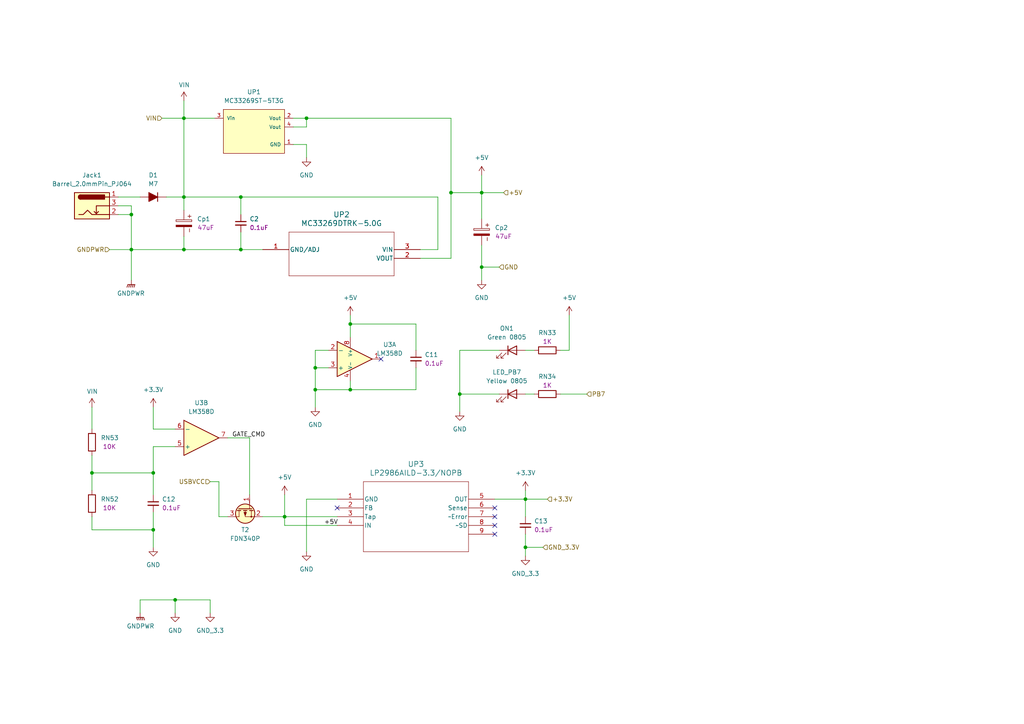
<source format=kicad_sch>
(kicad_sch (version 20250114) (generator "eeschema") (generator_version "9.0")
  (paper "A4")
  (lib_symbols
    (symbol "Device:LED" (pin_numbers (hide yes)) (pin_names (offset 1.016) (hide yes))
      (property "Reference" "D" (at 0 2.54 0))
      (property "Value" "LED" (at 0 -2.54 0))
      (symbol "LED_0_1"
        (polyline (pts (xy -3.048 -0.762) (xy -4.572 -2.286) (xy -3.81 -2.286) (xy -4.572 -2.286) (xy -4.572 -1.524)))
        (polyline (pts (xy -1.778 -0.762) (xy -3.302 -2.286) (xy -2.54 -2.286) (xy -3.302 -2.286) (xy -3.302 -1.524)))
        (polyline (pts (xy -1.27 0) (xy 1.27 0)))
        (polyline (pts (xy -1.27 -1.27) (xy -1.27 1.27)) (stroke (width 0.254)))
        (polyline (pts (xy 1.27 -1.27) (xy 1.27 1.27) (xy -1.27 0) (xy 1.27 -1.27)) (stroke (width 0.254)))
      )
      (symbol "LED_1_1"
        (pin passive line (at -3.81 0 0) (length 2.54) (name "K") (number "1"))
        (pin passive line (at 3.81 0 180) (length 2.54) (name "A") (number "2"))
      )
    )
    (symbol "LDO_MC33269DTRK-5.0G_Onsemi:MC33269DTRK-5.0G" (pin_names (offset 0.254))
      (property "Reference" "U" (at 22.86 10.16 0))
      (property "Value" "MC33269DTRK-5.0G" (at 22.86 7.62 0))
      (symbol "MC33269DTRK-5.0G_0_1"
        (polyline (pts (xy 7.62 5.08) (xy 7.62 -7.62)) (stroke (width 0.127)))
        (polyline (pts (xy 7.62 -7.62) (xy 38.1 -7.62)) (stroke (width 0.127)))
        (polyline (pts (xy 38.1 5.08) (xy 7.62 5.08)) (stroke (width 0.127)))
        (polyline (pts (xy 38.1 -7.62) (xy 38.1 5.08)) (stroke (width 0.127)))
        (pin bidirectional line (at 0 0 0) (length 7.62) (name "GND/ADJ") (number "1"))
        (pin input line (at 45.72 0 180) (length 7.62) (name "VIN") (number "3"))
        (pin output line (at 45.72 -2.54 180) (length 7.62) (name "VOUT") (number "2"))
      )
    )
    (symbol "ON_Semi-MC33269ST-3.3T3G:MC33269ST-3.3T3G" (pin_names (offset 1.016))
      (property "Reference" "U" (at 0 5.08 0))
      (property "Value" "MC33269ST-3.3T3G" (at 0 7.62 0))
      (symbol "MC33269ST-3.3T3G_1_1"
        (rectangle (start 2.54 2.54) (end 20.32 -10.16) (fill (type background)))
        (pin power_in line (at 0 0 0) (length 2.54) (name "Vin") (number "3"))
        (pin output line (at 22.86 0 180) (length 2.54) (name "Vout") (number "2"))
        (pin output line (at 22.86 -2.54 180) (length 2.54) (name "Vout") (number "4"))
        (pin power_in line (at 22.86 -7.62 180) (length 2.54) (name "GND") (number "1"))
      )
    )
    (symbol "PCM_4ms_Capacitor:100nF_0603_16V" (pin_numbers (hide yes)) (pin_names (offset 0.254) (hide yes))
      (property "Reference" "C" (at 1.905 1.27 0))
      (property "Display" "0.1uF" (at 1.905 -1.27 0))
      (symbol "100nF_0603_16V_0_1"
        (polyline (pts (xy -1.524 0.508) (xy 1.524 0.508)) (stroke (width 0.3048)))
        (polyline (pts (xy -1.524 -0.508) (xy 1.524 -0.508)) (stroke (width 0.3302)))
      )
      (symbol "100nF_0603_16V_1_1"
        (pin passive line (at 0 2.54 270) (length 2.032) (name "~") (number "1"))
        (pin passive line (at 0 -2.54 90) (length 2.032) (name "~") (number "2"))
      )
    )
    (symbol "PCM_4ms_Jack:Barrel_2.0mmPin_PJ064" (pin_names (hide yes))
      (property "Reference" "J" (at 0 5.334 0))
      (property "Value" "Barrel_2.0mmPin_PJ064" (at 0 -5.08 0))
      (symbol "Barrel_2.0mmPin_PJ064_0_1"
        (rectangle (start -5.08 3.81) (end 5.08 -3.81) (stroke (width 0.254)) (fill (type background)))
        (polyline (pts (xy -3.81 -2.54) (xy -2.54 -2.54) (xy -1.27 -1.27) (xy 0 -2.54) (xy 2.54 -2.54) (xy 5.08 -2.54)) (stroke (width 0.254)))
        (arc (start -3.302 1.905) (mid -3.9343 2.54) (end -3.302 3.175) (stroke (width 0.254)))
        (arc (start -3.302 1.905) (mid -3.9343 2.54) (end -3.302 3.175) (stroke (width 0.254)) (fill (type outline)))
        (polyline (pts (xy 1.27 -2.286) (xy 1.905 -1.651)) (stroke (width 0.254)))
        (rectangle (start 3.683 3.175) (end -3.302 1.905) (stroke (width 0.254)) (fill (type outline)))
        (polyline (pts (xy 5.08 2.54) (xy 3.81 2.54)) (stroke (width 0.254)))
        (polyline (pts (xy 5.08 0) (xy 1.27 0) (xy 1.27 -2.286) (xy 0.635 -1.651)) (stroke (width 0.254)))
      )
      (symbol "Barrel_2.0mmPin_PJ064_1_1"
        (pin passive line (at 7.62 2.54 180) (length 2.54) (name "~") (number "1"))
        (pin passive line (at 7.62 0 180) (length 2.54) (name "~") (number "3"))
        (pin passive line (at 7.62 -2.54 180) (length 2.54) (name "~") (number "2"))
      )
    )
    (symbol "PCM_Amplifier_Operational_AKL:LM358D" (pin_names (offset 0.2))
      (property "Reference" "U" (at 1.27 6.35 0))
      (property "Value" "LM358D" (at 1.27 3.81 0))
      (symbol "LM358D_0_1"
        (polyline (pts (xy -3.81 5.08) (xy -3.81 -5.08) (xy 6.35 0) (xy -3.81 5.08)) (stroke (width 0.254)) (fill (type background)))
      )
      (symbol "LM358D_1_1"
        (pin input line (at -6.35 2.54 0) (length 2.54) (name "-") (number "2"))
        (pin input line (at -6.35 -2.54 0) (length 2.54) (name "+") (number "3"))
        (pin power_in line (at 0 6.35 270) (length 3.18) (name "V+") (number "8"))
        (pin power_in line (at 0 -6.35 90) (length 3.18) (name "V-") (number "4"))
        (pin output line (at 8.89 0 180) (length 2.54) (name "~") (number "1"))
      )
      (symbol "LM358D_2_1"
        (pin input line (at -6.35 2.54 0) (length 2.54) (name "-") (number "6"))
        (pin input line (at -6.35 -2.54 0) (length 2.54) (name "+") (number "5"))
        (pin output line (at 8.89 0 180) (length 2.54) (name "~") (number "7"))
      )
    )
    (symbol "PCM_Diode_AKL:M7" (pin_numbers (hide yes)) (pin_names (offset 1.016) (hide yes))
      (property "Reference" "D" (at 0 5.08 0))
      (property "Value" "M7" (at 0 2.54 0))
      (symbol "M7_0_1"
        (polyline (pts (xy -1.27 1.27) (xy -1.27 -1.27) (xy 1.27 0) (xy -1.27 1.27)) (stroke (width 0.254)) (fill (type outline)))
        (polyline (pts (xy -1.27 0) (xy 1.27 0)))
        (polyline (pts (xy 1.27 1.27) (xy 1.27 -1.27)) (stroke (width 0.254)))
      )
      (symbol "M7_1_1"
        (pin passive line (at -3.81 0 0) (length 2.54) (name "A") (number "2"))
        (pin passive line (at 3.81 0 180) (length 2.54) (name "K") (number "1"))
      )
    )
    (symbol "PCM_Resistor_AKL:R_0603" (pin_numbers (hide yes)) (pin_names (offset 0))
      (property "Reference" "R" (at 2.54 1.27 0))
      (property "Value" "R_0603" (at 2.54 -1.27 0))
      (symbol "R_0603_0_1"
        (rectangle (start -1.016 -2.54) (end 1.016 2.54) (stroke (width 0.254)))
      )
      (symbol "R_0603_1_1"
        (pin passive line (at 0 3.81 270) (length 1.27) (name "~") (number "1"))
        (pin passive line (at 0 -3.81 90) (length 1.27) (name "~") (number "2"))
      )
    )
    (symbol "PCM_SL_Capacitors:47uF_10V"
      (property "Reference" "C" (at 0 7.62 0))
      (property "Value" "47uF_10V" (at 0 5.08 0))
      (symbol "47uF_10V_0_0"
        (text "+" (at -2.032 1.524 0) (effects (font (size 1.27 1.27))))
        (text "-" (at 2.032 1.524 0) (effects (font (size 1.27 1.27))))
      )
      (symbol "47uF_10V_0_1"
        (rectangle (start -1.016 -2.286) (end -0.508 2.286))
        (rectangle (start 0.508 -2.286) (end 1.016 2.286) (fill (type outline)))
      )
      (symbol "47uF_10V_1_1"
        (pin passive line (at -3.81 0 0) (length 2.7) (name "~") (number "1"))
        (pin input line (at 3.81 0 180) (length 2.7) (name "~") (number "2"))
      )
    )
    (symbol "PCM_Transistor_MOSFET_AKL:FDN340P" (pin_names (hide yes))
      (property "Reference" "Q" (at 5.08 1.27 0))
      (property "Value" "FDN340P" (at 5.08 -1.27 0))
      (symbol "FDN340P_0_1"
        (polyline (pts (xy 0.254 1.27) (xy -2.54 1.27)))
        (polyline (pts (xy 0.254 -1.905) (xy 0.254 1.905)) (stroke (width 0.254)))
        (polyline (pts (xy 0.762 1.778) (xy 2.54 1.778)))
        (polyline (pts (xy 0.762 1.27) (xy 0.762 2.286)) (stroke (width 0.254)))
        (polyline (pts (xy 0.762 -0.508) (xy 0.762 0.508)) (stroke (width 0.254)))
        (polyline (pts (xy 0.762 -1.778) (xy 2.54 -1.778)))
        (polyline (pts (xy 0.762 -2.286) (xy 0.762 -1.27)) (stroke (width 0.254)))
        (polyline (pts (xy 2.286 0) (xy 1.27 -0.381) (xy 1.27 0.381) (xy 2.286 0)) (fill (type outline)))
        (polyline (pts (xy 2.54 2.54) (xy 2.54 0) (xy 0.762 0)))
        (polyline (pts (xy 2.54 -2.54) (xy 2.54 -1.778)))
      )
      (symbol "FDN340P_1_1"
        (circle (center 1.651 0) (radius 2.794) (stroke (width 0.254)) (fill (type background)))
        (circle (center 2.54 1.778) (radius 0.1778) (fill (type outline)))
        (pin input line (at -3.81 1.27 0) (length 2.54) (name "G") (number "1"))
        (pin passive line (at 2.54 5.08 270) (length 2.54) (name "S") (number "2"))
        (pin passive line (at 2.54 -5.08 90) (length 2.54) (name "D") (number "3"))
      )
    )
    (symbol "TI_LP2986AILD-3.3-NOPB:LP2986AILD-3.3_NOPB" (pin_names (offset 0.254))
      (property "Reference" "U" (at 22.86 10.16 0))
      (property "Value" "LP2986AILD-3.3/NOPB" (at 22.86 7.62 0))
      (symbol "LP2986AILD-3.3_NOPB_0_1"
        (polyline (pts (xy 7.62 5.08) (xy 7.62 -15.24)) (stroke (width 0.127)))
        (polyline (pts (xy 7.62 -15.24) (xy 38.1 -15.24)) (stroke (width 0.127)))
        (polyline (pts (xy 38.1 5.08) (xy 7.62 5.08)) (stroke (width 0.127)))
        (polyline (pts (xy 38.1 -15.24) (xy 38.1 5.08)) (stroke (width 0.127)))
        (pin passive line (at 0 0 0) (length 7.62) (name "GND") (number "1"))
        (pin passive line (at 0 -2.54 0) (length 7.62) (name "FB") (number "2"))
        (pin passive line (at 0 -5.08 0) (length 7.62) (name "Tap") (number "3"))
        (pin input line (at 0 -7.62 0) (length 7.62) (name "IN") (number "4"))
        (pin output line (at 45.72 0 180) (length 7.62) (name "OUT") (number "5"))
        (pin passive line (at 45.72 -2.54 180) (length 7.62) (name "Sense") (number "6"))
        (pin passive line (at 45.72 -5.08 180) (length 7.62) (name "~Error") (number "7"))
        (pin passive line (at 45.72 -7.62 180) (length 7.62) (name "~SD") (number "8"))
        (pin unspecified line (at 45.72 -10.16 180) (length 7.62) (name "") (number "9"))
      )
    )
    (symbol "power:+3.3V" (power) (pin_names (offset 0))
      (property "Value" "+3.3V" (at 0 3.556 0))
      (symbol "+3.3V_0_1"
        (polyline (pts (xy -0.762 1.27) (xy 0 2.54)))
        (polyline (pts (xy 0 2.54) (xy 0.762 1.27)))
        (polyline (pts (xy 0 0) (xy 0 2.54)))
      )
      (symbol "+3.3V_1_1"
        (pin power_in line (at 0 0 90) (length 0) (hide yes) (name "+3.3V") (number "1"))
      )
    )
    (symbol "power:+5V" (power) (pin_names (offset 0))
      (property "Value" "+5V" (at 0 3.556 0))
      (symbol "+5V_0_1"
        (polyline (pts (xy -0.762 1.27) (xy 0 2.54)))
        (polyline (pts (xy 0 2.54) (xy 0.762 1.27)))
        (polyline (pts (xy 0 0) (xy 0 2.54)))
      )
      (symbol "+5V_1_1"
        (pin power_in line (at 0 0 90) (length 0) (hide yes) (name "+5V") (number "1"))
      )
    )
    (symbol "power:GND" (power) (pin_names (offset 0))
      (property "Value" "GND" (at 0 -3.81 0))
      (symbol "GND_0_1"
        (polyline (pts (xy 0 0) (xy 0 -1.27) (xy 1.27 -1.27) (xy 0 -2.54) (xy -1.27 -1.27) (xy 0 -1.27)))
      )
      (symbol "GND_1_1"
        (pin power_in line (at 0 0 270) (length 0) (hide yes) (name "GND") (number "1"))
      )
    )
    (symbol "power:GND1" (power) (pin_names (offset 0))
      (property "Value" "GND1" (at 0 -3.81 0))
      (symbol "GND1_0_1"
        (polyline (pts (xy 0 0) (xy 0 -1.27) (xy 1.27 -1.27) (xy 0 -2.54) (xy -1.27 -1.27) (xy 0 -1.27)))
      )
      (symbol "GND1_1_1"
        (pin power_in line (at 0 0 270) (length 0) (hide yes) (name "GND1") (number "1"))
      )
    )
    (symbol "power:GNDPWR" (power) (pin_names (offset 0))
      (property "Value" "GNDPWR" (at 0 -3.302 0))
      (symbol "GNDPWR_0_1"
        (polyline (pts (xy -1.016 -1.27) (xy -1.27 -2.032) (xy -1.27 -2.032)) (stroke (width 0.2032)))
        (polyline (pts (xy -0.508 -1.27) (xy -0.762 -2.032) (xy -0.762 -2.032)) (stroke (width 0.2032)))
        (polyline (pts (xy 0 -1.27) (xy 0 0)))
        (polyline (pts (xy 0 -1.27) (xy -0.254 -2.032) (xy -0.254 -2.032)) (stroke (width 0.2032)))
        (polyline (pts (xy 0.508 -1.27) (xy 0.254 -2.032) (xy 0.254 -2.032)) (stroke (width 0.2032)))
        (polyline (pts (xy 1.016 -1.27) (xy -1.016 -1.27) (xy -1.016 -1.27)) (stroke (width 0.2032)))
        (polyline (pts (xy 1.016 -1.27) (xy 0.762 -2.032) (xy 0.762 -2.032) (xy 0.762 -2.032)) (stroke (width 0.2032)))
      )
      (symbol "GNDPWR_1_1"
        (pin power_in line (at 0 0 270) (length 0) (hide yes) (name "GNDPWR") (number "1"))
      )
    )
    (symbol "power:VCC" (power) (pin_names (offset 0))
      (property "Value" "VCC" (at 0 3.81 0))
      (symbol "VCC_0_1"
        (polyline (pts (xy -0.762 1.27) (xy 0 2.54)))
        (polyline (pts (xy 0 2.54) (xy 0.762 1.27)))
        (polyline (pts (xy 0 0) (xy 0 2.54)))
      )
      (symbol "VCC_1_1"
        (pin power_in line (at 0 0 90) (length 0) (hide yes) (name "VCC") (number "1"))
      )
    )
  )
  (junction (at 38.1 72.39))
  (junction (at 101.6 113.03))
  (junction (at 91.44 113.03))
  (junction (at 88.9 34.29))
  (junction (at 139.7 55.88))
  (junction (at 44.45 137.16))
  (junction (at 44.45 153.67))
  (junction (at 101.6 93.98))
  (junction (at 38.1 62.23))
  (junction (at 26.67 137.16))
  (junction (at 152.4 158.75))
  (junction (at 152.4 144.78))
  (junction (at 69.85 57.15))
  (junction (at 53.34 57.15))
  (junction (at 91.44 106.68))
  (junction (at 139.7 77.47))
  (junction (at 133.35 114.3))
  (junction (at 53.34 34.29))
  (junction (at 50.8 173.99))
  (junction (at 53.34 72.39))
  (junction (at 82.55 149.86))
  (junction (at 69.85 72.39))
  (junction (at 130.81 55.88))
  (no_connect (at 143.51 154.94))
  (no_connect (at 143.51 147.32))
  (no_connect (at 143.51 152.4))
  (no_connect (at 110.49 104.14))
  (no_connect (at 143.51 149.86))
  (no_connect (at 97.79 147.32))
  (wire (pts (xy 130.81 34.29) (xy 130.81 55.88)))
  (wire (pts (xy 152.4 154.94) (xy 152.4 158.75)))
  (wire (pts (xy 97.79 152.4) (xy 82.55 152.4)))
  (wire (pts (xy 26.67 137.16) (xy 26.67 142.24)))
  (wire (pts (xy 38.1 62.23) (xy 38.1 72.39)))
  (wire (pts (xy 50.8 173.99) (xy 60.96 173.99)))
  (wire (pts (xy 85.09 36.83) (xy 88.9 36.83)))
  (wire (pts (xy 127 72.39) (xy 127 57.15)))
  (wire (pts (xy 60.96 173.99) (xy 60.96 177.8)))
  (wire (pts (xy 162.56 114.3) (xy 170.18 114.3)))
  (wire (pts (xy 144.78 101.6) (xy 133.35 101.6)))
  (wire (pts (xy 53.34 57.15) (xy 53.34 60.96)))
  (wire (pts (xy 121.92 72.39) (xy 127 72.39)))
  (wire (pts (xy 48.26 57.15) (xy 53.34 57.15)))
  (wire (pts (xy 97.79 144.78) (xy 88.9 144.78)))
  (wire (pts (xy 165.1 91.44) (xy 165.1 101.6)))
  (wire (pts (xy 26.67 153.67) (xy 44.45 153.67)))
  (wire (pts (xy 66.04 127) (xy 72.39 127)))
  (wire (pts (xy 133.35 114.3) (xy 133.35 119.38)))
  (wire (pts (xy 76.2 149.86) (xy 82.55 149.86)))
  (wire (pts (xy 53.34 34.29) (xy 53.34 57.15)))
  (wire (pts (xy 139.7 50.8) (xy 139.7 55.88)))
  (wire (pts (xy 85.09 34.29) (xy 88.9 34.29)))
  (wire (pts (xy 63.5 149.86) (xy 66.04 149.86)))
  (wire (pts (xy 91.44 113.03) (xy 91.44 118.11)))
  (wire (pts (xy 82.55 152.4) (xy 82.55 149.86)))
  (wire (pts (xy 34.29 62.23) (xy 38.1 62.23)))
  (wire (pts (xy 46.99 34.29) (xy 53.34 34.29)))
  (wire (pts (xy 50.8 173.99) (xy 50.8 177.8)))
  (wire (pts (xy 26.67 118.11) (xy 26.67 124.46)))
  (wire (pts (xy 44.45 118.11) (xy 44.45 124.46)))
  (wire (pts (xy 69.85 62.23) (xy 69.85 57.15)))
  (wire (pts (xy 101.6 113.03) (xy 91.44 113.03)))
  (wire (pts (xy 88.9 34.29) (xy 130.81 34.29)))
  (wire (pts (xy 95.25 106.68) (xy 91.44 106.68)))
  (wire (pts (xy 165.1 101.6) (xy 162.56 101.6)))
  (wire (pts (xy 40.64 173.99) (xy 50.8 173.99)))
  (wire (pts (xy 44.45 143.51) (xy 44.45 137.16)))
  (wire (pts (xy 152.4 114.3) (xy 154.94 114.3)))
  (wire (pts (xy 88.9 36.83) (xy 88.9 34.29)))
  (wire (pts (xy 34.29 57.15) (xy 40.64 57.15)))
  (wire (pts (xy 40.64 177.8) (xy 40.64 173.99)))
  (wire (pts (xy 72.39 127) (xy 72.39 143.51)))
  (wire (pts (xy 53.34 68.58) (xy 53.34 72.39)))
  (wire (pts (xy 120.65 93.98) (xy 101.6 93.98)))
  (wire (pts (xy 152.4 101.6) (xy 154.94 101.6)))
  (wire (pts (xy 120.65 106.68) (xy 120.65 113.03)))
  (wire (pts (xy 53.34 29.21) (xy 53.34 34.29)))
  (wire (pts (xy 101.6 93.98) (xy 101.6 97.79)))
  (wire (pts (xy 85.09 41.91) (xy 88.9 41.91)))
  (wire (pts (xy 95.25 101.6) (xy 91.44 101.6)))
  (wire (pts (xy 44.45 148.59) (xy 44.45 153.67)))
  (wire (pts (xy 130.81 74.93) (xy 121.92 74.93)))
  (wire (pts (xy 144.78 114.3) (xy 133.35 114.3)))
  (wire (pts (xy 120.65 101.6) (xy 120.65 93.98)))
  (wire (pts (xy 139.7 63.5) (xy 139.7 55.88)))
  (wire (pts (xy 97.79 149.86) (xy 82.55 149.86)))
  (wire (pts (xy 152.4 158.75) (xy 152.4 161.29)))
  (wire (pts (xy 88.9 41.91) (xy 88.9 45.72)))
  (wire (pts (xy 38.1 59.69) (xy 38.1 62.23)))
  (wire (pts (xy 26.67 132.08) (xy 26.67 137.16)))
  (wire (pts (xy 152.4 158.75) (xy 157.48 158.75)))
  (wire (pts (xy 62.23 34.29) (xy 53.34 34.29)))
  (wire (pts (xy 60.96 139.7) (xy 63.5 139.7)))
  (wire (pts (xy 69.85 67.31) (xy 69.85 72.39)))
  (wire (pts (xy 31.75 72.39) (xy 38.1 72.39)))
  (wire (pts (xy 76.2 72.39) (xy 69.85 72.39)))
  (wire (pts (xy 139.7 71.12) (xy 139.7 77.47)))
  (wire (pts (xy 91.44 106.68) (xy 91.44 113.03)))
  (wire (pts (xy 127 57.15) (xy 69.85 57.15)))
  (wire (pts (xy 88.9 144.78) (xy 88.9 160.02)))
  (wire (pts (xy 143.51 144.78) (xy 152.4 144.78)))
  (wire (pts (xy 63.5 139.7) (xy 63.5 149.86)))
  (wire (pts (xy 152.4 144.78) (xy 152.4 149.86)))
  (wire (pts (xy 152.4 144.78) (xy 152.4 142.24)))
  (wire (pts (xy 101.6 91.44) (xy 101.6 93.98)))
  (wire (pts (xy 69.85 72.39) (xy 53.34 72.39)))
  (wire (pts (xy 38.1 72.39) (xy 38.1 81.28)))
  (wire (pts (xy 139.7 77.47) (xy 139.7 81.28)))
  (wire (pts (xy 139.7 77.47) (xy 144.78 77.47)))
  (wire (pts (xy 34.29 59.69) (xy 38.1 59.69)))
  (wire (pts (xy 44.45 137.16) (xy 44.45 129.54)))
  (wire (pts (xy 133.35 101.6) (xy 133.35 114.3)))
  (wire (pts (xy 120.65 113.03) (xy 101.6 113.03)))
  (wire (pts (xy 91.44 101.6) (xy 91.44 106.68)))
  (wire (pts (xy 69.85 57.15) (xy 53.34 57.15)))
  (wire (pts (xy 139.7 55.88) (xy 146.05 55.88)))
  (wire (pts (xy 53.34 72.39) (xy 38.1 72.39)))
  (wire (pts (xy 139.7 55.88) (xy 130.81 55.88)))
  (wire (pts (xy 130.81 55.88) (xy 130.81 74.93)))
  (wire (pts (xy 82.55 149.86) (xy 82.55 143.51)))
  (wire (pts (xy 26.67 149.86) (xy 26.67 153.67)))
  (wire (pts (xy 44.45 124.46) (xy 50.8 124.46)))
  (wire (pts (xy 44.45 129.54) (xy 50.8 129.54)))
  (wire (pts (xy 101.6 110.49) (xy 101.6 113.03)))
  (wire (pts (xy 26.67 137.16) (xy 44.45 137.16)))
  (wire (pts (xy 152.4 144.78) (xy 158.75 144.78)))
  (wire (pts (xy 44.45 153.67) (xy 44.45 158.75)))
  (label "GATE_CMD" (at 67.31 127 0))
  (label "+5V" (at 93.98 152.4 0))
  (hierarchical_label "VIN" (shape input) (at 46.99 34.29 180))
  (hierarchical_label "GNDPWR" (shape input) (at 31.75 72.39 180))
  (hierarchical_label "+3.3V" (shape input) (at 158.75 144.78 0))
  (hierarchical_label "+5V" (shape input) (at 146.05 55.88 0))
  (hierarchical_label "GND" (shape input) (at 144.78 77.47 0))
  (hierarchical_label "GND_3.3V" (shape input) (at 157.48 158.75 0))
  (hierarchical_label "PB7" (shape input) (at 170.18 114.3 0))
  (hierarchical_label "USBVCC" (shape input) (at 60.96 139.7 180))
  (symbol (lib_id "power:GND") (at 44.45 158.75 0) (unit 1)
    (property "Reference" "#PWR015" (effects (hide yes)))
    (property "Value" "GND" (at 44.45 163.83 0))
  )
  (symbol (lib_id "power:VCC") (at 53.34 29.21 0) (unit 1)
    (property "Reference" "#PWR016" (effects (hide yes)))
    (property "Value" "VIN" (at 51.816 24.638 0) (effects (justify left)))
  )
  (symbol (lib_id "PCM_4ms_Capacitor:100nF_0603_16V") (at 44.45 146.05 0) (unit 1)
    (property "Reference" "C12" (at 46.99 144.7863 0) (effects (justify left)))
    (property "Value" "100nF_0603_16V" (effects (hide yes)))
    (property "Footprint" "PCM_4ms_Capacitor:C_0603" (effects (hide yes)))
    (property "Specifications" "0.1uF, Min. 16V 10%, X7R or X5R or similar" (effects (hide yes)))
    (property "Manufacturer" "AVX Corporation" (effects (hide yes)))
    (property "Part Number" "0603YC104KAT2A" (effects (hide yes)))
    (property "Display" "0.1uF" (at 46.99 147.3263 0) (effects (justify left)))
    (property "JLCPCB ID" "C14663" (effects (hide yes)))
  )
  (symbol (lib_id "Device:LED") (at 148.59 101.6 0) (unit 1)
    (property "Reference" "ON1" (at 147.0025 95.25 0))
    (property "Value" "Green 0805" (at 147.0025 97.79 0))
    (property "Footprint" "LED_SMD:LED_0805_2012Metric" (effects (hide yes)))
  )
  (symbol (lib_id "power:GNDPWR") (at 40.64 177.8 0) (mirror y) (unit 1)
    (property "Reference" "#PWR047" (effects (hide yes)))
    (property "Value" "GNDPWR" (at 40.767 181.61 0))
  )
  (symbol (lib_id "PCM_Amplifier_Operational_AKL:LM358D") (at 101.6 104.14 0) (unit 1)
    (property "Reference" "U3" (at 113.03 99.9491 0))
    (property "Value" "LM358D" (at 113.03 102.4891 0))
    (property "Footprint" "PCM_Package_SO_AKL:SO-8_3.9x4.9mm_P1.27mm" (effects (hide yes)))
    (property "Datasheet" "https://pl.mouser.com/datasheet/2/389/lm158-954927.pdf" (effects (hide yes)))
  )
  (symbol (lib_id "power:+5V") (at 101.6 91.44 0) (unit 1)
    (property "Reference" "#PWR013" (effects (hide yes)))
    (property "Value" "+5V" (at 101.6 86.36 0))
  )
  (symbol (lib_id "PCM_Amplifier_Operational_AKL:LM358D") (at 57.15 127 0) (unit 2)
    (property "Reference" "U3" (at 58.42 116.84 0))
    (property "Value" "LM358D" (at 58.42 119.38 0))
    (property "Footprint" "PCM_Package_SO_AKL:SO-8_3.9x4.9mm_P1.27mm" (effects (hide yes)))
    (property "Datasheet" "https://pl.mouser.com/datasheet/2/389/lm158-954927.pdf" (effects (hide yes)))
  )
  (symbol (lib_id "power:GND") (at 88.9 160.02 0) (unit 1)
    (property "Reference" "#PWR011" (effects (hide yes)))
    (property "Value" "GND" (at 88.9 165.1 0))
  )
  (symbol (lib_id "PCM_Resistor_AKL:R_0603") (at 158.75 101.6 90) (unit 1)
    (property "Reference" "RN33" (at 158.75 96.52 90))
    (property "Value" "1K_0603" (effects (hide yes)))
    (property "Footprint" "PCM_Resistor_SMD_AKL:R_0603_1608Metric" (effects (hide yes)))
    (property "Display" "1K" (at 158.75 99.06 90))
  )
  (symbol (lib_id "power:GND") (at 133.35 119.38 0) (unit 1)
    (property "Reference" "#PWR038" (effects (hide yes)))
    (property "Value" "GND" (at 133.35 124.46 0))
  )
  (symbol (lib_id "PCM_Resistor_AKL:R_0603") (at 26.67 146.05 180) (unit 1)
    (property "Reference" "RN52" (at 29.21 144.78 0) (effects (justify right)))
    (property "Value" "10K_0603" (effects (hide yes)))
    (property "Footprint" "PCM_Resistor_SMD_AKL:R_0603_1608Metric" (effects (hide yes)))
    (property "Display" "10K" (at 31.75 147.32 0))
  )
  (symbol (lib_id "PCM_Diode_AKL:M7") (at 44.45 57.15 0) (unit 1)
    (property "Reference" "D1" (at 44.45 50.8 0))
    (property "Value" "M7" (at 44.45 53.34 0))
    (property "Footprint" "PCM_Diode_SMD_AKL:D_SMA" (effects (hide yes)))
    (property "Datasheet" "https://www.tme.eu/Document/0550e9bf27627c5cdfb653945cb570ca/m1-m7.pdf" (effects (hide yes)))
  )
  (symbol (lib_id "power:GND1") (at 60.96 177.8 0) (unit 1)
    (property "Reference" "#PWR046" (effects (hide yes)))
    (property "Value" "GND_3.3" (at 60.96 182.88 0))
  )
  (symbol (lib_id "PCM_SL_Capacitors:47uF_10V") (at 53.34 64.77 270) (unit 1)
    (property "Reference" "Cp1" (at 57.15 63.5 90) (effects (justify left)))
    (property "Value" "47uF_10V" (effects (hide yes)))
    (property "Footprint" "Capacitor_THT:CP_Radial_D4.0mm_P1.50mm" (effects (hide yes)))
    (property "Display" "47uF" (at 59.69 66.04 90))
  )
  (symbol (lib_id "power:VCC") (at 26.67 118.11 0) (unit 1)
    (property "Reference" "#PWR044" (effects (hide yes)))
    (property "Value" "VIN" (at 25.146 113.538 0) (effects (justify left)))
  )
  (symbol (lib_id "power:+5V") (at 82.55 143.51 0) (unit 1)
    (property "Reference" "#PWR010" (effects (hide yes)))
    (property "Value" "+5V" (at 82.55 138.43 0))
  )
  (symbol (lib_id "PCM_4ms_Jack:Barrel_2.0mmPin_PJ064") (at 26.67 59.69 0) (unit 1)
    (property "Reference" "Jack1" (at 26.67 50.8 0))
    (property "Value" "Barrel_2.0mmPin_PJ064" (at 26.67 53.34 0))
    (property "Footprint" "PCM_4ms_Jack:Barrel_Vert_PJ064_slotted" (effects (hide yes)))
    (property "Specifications" "Barrel Jack, 2.0mm diameter center pin, Vertical, PC-pins" (effects (hide yes)))
    (property "Manufacturer" "Wenzhou QingPu Electronics Co" (effects (hide yes)))
    (property "Part Number" "WQP-DC026M (2.0mm center pin)" (effects (hide yes)))
  )
  (symbol (lib_id "power:GND") (at 50.8 177.8 0) (mirror y) (unit 1)
    (property "Reference" "#PWR045" (effects (hide yes)))
    (property "Value" "GND" (at 50.8 182.88 0))
  )
  (symbol (lib_id "power:+5V") (at 139.7 50.8 0) (unit 1)
    (property "Reference" "#PWR04" (effects (hide yes)))
    (property "Value" "+5V" (at 139.7 45.72 0))
  )
  (symbol (lib_id "power:GND") (at 139.7 81.28 0) (unit 1)
    (property "Reference" "#PWR03" (effects (hide yes)))
    (property "Value" "GND" (at 139.7 86.36 0))
  )
  (symbol (lib_id "PCM_Transistor_MOSFET_AKL:FDN340P") (at 71.12 147.32 270) (unit 1)
    (property "Reference" "T2" (at 71.12 153.67 90))
    (property "Value" "FDN340P" (at 71.12 156.21 90))
    (property "Footprint" "PCM_Package_TO_SOT_SMD_AKL:SuperSOT-3" (effects (hide yes)))
    (property "Datasheet" "https://www.tme.eu/Document/e7f040cf5676a475144657e7f1e5da2d/FDN340P.pdf" (effects (hide yes)))
  )
  (symbol (lib_id "PCM_4ms_Capacitor:100nF_0603_16V") (at 120.65 104.14 0) (unit 1)
    (property "Reference" "C11" (at 123.19 102.8763 0) (effects (justify left)))
    (property "Value" "100nF_0603_16V" (effects (hide yes)))
    (property "Footprint" "PCM_4ms_Capacitor:C_0603" (effects (hide yes)))
    (property "Specifications" "0.1uF, Min. 16V 10%, X7R or X5R or similar" (effects (hide yes)))
    (property "Manufacturer" "AVX Corporation" (effects (hide yes)))
    (property "Part Number" "0603YC104KAT2A" (effects (hide yes)))
    (property "Display" "0.1uF" (at 123.19 105.4163 0) (effects (justify left)))
    (property "JLCPCB ID" "C14663" (effects (hide yes)))
  )
  (symbol (lib_id "TI_LP2986AILD-3.3-NOPB:LP2986AILD-3.3_NOPB") (at 97.79 144.78 0) (unit 1)
    (property "Reference" "UP3" (at 120.65 134.62 0) (effects (font (size 1.524 1.524))))
    (property "Value" "LP2986AILD-3.3/NOPB" (at 120.65 137.16 0) (effects (font (size 1.524 1.524))))
    (property "Footprint" "TI_LP2986AILD-3.3-NOPB:LDC08A" (effects (hide yes)))
    (property "Datasheet" "LP2986AILD-3.3/NOPB" (effects (hide yes)))
  )
  (symbol (lib_id "ON_Semi-MC33269ST-3.3T3G:MC33269ST-3.3T3G") (at 62.23 34.29 0) (unit 1)
    (property "Reference" "UP1" (at 73.66 26.67 0))
    (property "Value" "MC33269ST-5T3G" (at 73.66 29.21 0))
    (property "Footprint" "ON_Semi-MC33269ST-3.3T3G:ON_Semi-CASE_318E04_ISSUE_N-0-0-0" (effects (hide yes)))
    (property "Datasheet" "http://www.onsemi.com/pub/Collateral/MC33269-D.PDF" (effects (hide yes)))
    (property "Current - Output" "800mA" (effects (hide yes)))
    (property "Voltage - Input" "up to 20V" (effects (hide yes)))
    (property "Voltage - Output" "3.3V" (effects (hide yes)))
    (property "Voltage Dropout (Max)" "1.35V @ 800mA" (effects (hide yes)))
    (property "category" "IC" (effects (hide yes)))
    (property "digikey description" "Linear Voltage Regulator IC Positive Fixed Output 3.3V 800mA SOT-223" (effects (hide yes)))
    (property "digikey part number" "MC33269ST-3.3T3GOSCT-ND" (effects (hide yes)))
    (property "lead free" "yes" (effects (hide yes)))
    (property "library id" "1888db037e23bc28" (effects (hide yes)))
    (property "manufacturer" "ON Semi" (effects (hide yes)))
    (property "mouser part number" "863-MC33269ST-3.3T3G" (effects (hide yes)))
    (property "package" "SOT-223-4" (effects (hide yes)))
    (property "rohs" "yes" (effects (hide yes)))
    (property "temperature range high" "+125°C" (effects (hide yes)))
    (property "temperature range low" "-40°C" (effects (hide yes)))
  )
  (symbol (lib_id "PCM_4ms_Capacitor:100nF_0603_16V") (at 69.85 64.77 0) (unit 1)
    (property "Reference" "C2" (at 72.39 63.5063 0) (effects (justify left)))
    (property "Value" "100nF_0603_16V" (effects (hide yes)))
    (property "Footprint" "PCM_4ms_Capacitor:C_0603" (effects (hide yes)))
    (property "Specifications" "0.1uF, Min. 16V 10%, X7R or X5R or similar" (effects (hide yes)))
    (property "Manufacturer" "AVX Corporation" (effects (hide yes)))
    (property "Part Number" "0603YC104KAT2A" (effects (hide yes)))
    (property "Display" "0.1uF" (at 72.39 66.0463 0) (effects (justify left)))
    (property "JLCPCB ID" "C14663" (effects (hide yes)))
  )
  (symbol (lib_id "power:GND") (at 91.44 118.11 0) (unit 1)
    (property "Reference" "#PWR014" (effects (hide yes)))
    (property "Value" "GND" (at 91.44 123.19 0))
  )
  (symbol (lib_id "power:GND") (at 88.9 45.72 0) (unit 1)
    (property "Reference" "#PWR02" (effects (hide yes)))
    (property "Value" "GND" (at 88.9 50.8 0))
  )
  (symbol (lib_id "power:GND1") (at 152.4 161.29 0) (unit 1)
    (property "Reference" "#PWR09" (effects (hide yes)))
    (property "Value" "GND_3.3" (at 152.4 166.37 0))
  )
  (symbol (lib_id "PCM_Resistor_AKL:R_0603") (at 158.75 114.3 90) (unit 1)
    (property "Reference" "RN34" (at 158.75 109.22 90))
    (property "Value" "1K_0603" (effects (hide yes)))
    (property "Footprint" "PCM_Resistor_SMD_AKL:R_0603_1608Metric" (effects (hide yes)))
    (property "Display" "1K" (at 158.75 111.76 90))
  )
  (symbol (lib_id "power:+3.3V") (at 152.4 142.24 0) (unit 1)
    (property "Reference" "#PWR08" (effects (hide yes)))
    (property "Value" "+3.3V" (at 152.4 137.16 0))
  )
  (symbol (lib_id "PCM_Resistor_AKL:R_0603") (at 26.67 128.27 180) (unit 1)
    (property "Reference" "RN53" (at 29.21 127 0) (effects (justify right)))
    (property "Value" "10K_0603" (effects (hide yes)))
    (property "Footprint" "PCM_Resistor_SMD_AKL:R_0603_1608Metric" (effects (hide yes)))
    (property "Display" "10K" (at 31.75 129.54 0))
  )
  (symbol (lib_id "PCM_SL_Capacitors:47uF_10V") (at 139.7 67.31 270) (unit 1)
    (property "Reference" "Cp2" (at 143.51 66.04 90) (effects (justify left)))
    (property "Value" "47uF_10V" (effects (hide yes)))
    (property "Footprint" "Capacitor_THT:CP_Radial_D4.0mm_P1.50mm" (effects (hide yes)))
    (property "Display" "47uF" (at 146.05 68.58 90))
  )
  (symbol (lib_id "power:+5V") (at 165.1 91.44 0) (unit 1)
    (property "Reference" "#PWR037" (effects (hide yes)))
    (property "Value" "+5V" (at 165.1 86.36 0))
  )
  (symbol (lib_id "LDO_MC33269DTRK-5.0G_Onsemi:MC33269DTRK-5.0G") (at 76.2 72.39 0) (unit 1)
    (property "Reference" "UP2" (at 99.06 62.23 0) (effects (font (size 1.524 1.524))))
    (property "Value" "MC33269DTRK-5.0G" (at 99.06 64.77 0) (effects (font (size 1.524 1.524))))
    (property "Footprint" "LDO_MC33269DTRK_5_0G_Onsemi:DPAK-3_ONS" (effects (hide yes)))
    (property "Datasheet" "MC33269DTRK-5.0G_Onsemi" (effects (hide yes)))
    (property "Description" "Linear Voltage Regulator IC Positive Fixed 1 Output 800mA DPAK" (effects (hide yes)))
  )
  (symbol (lib_id "PCM_4ms_Capacitor:100nF_0603_16V") (at 152.4 152.4 0) (unit 1)
    (property "Reference" "C13" (at 154.94 151.1363 0) (effects (justify left)))
    (property "Value" "100nF_0603_16V" (effects (hide yes)))
    (property "Footprint" "PCM_4ms_Capacitor:C_0603" (effects (hide yes)))
    (property "Specifications" "0.1uF, Min. 16V 10%, X7R or X5R or similar" (effects (hide yes)))
    (property "Manufacturer" "AVX Corporation" (effects (hide yes)))
    (property "Part Number" "0603YC104KAT2A" (effects (hide yes)))
    (property "Display" "0.1uF" (at 154.94 153.6763 0) (effects (justify left)))
    (property "JLCPCB ID" "C14663" (effects (hide yes)))
  )
  (symbol (lib_id "Device:LED") (at 148.59 114.3 0) (unit 1)
    (property "Reference" "LED_PB7" (at 147.0025 107.95 0))
    (property "Value" "Yellow 0805" (at 147.0025 110.49 0))
    (property "Footprint" "LED_SMD:LED_0805_2012Metric" (effects (hide yes)))
  )
  (symbol (lib_id "power:GNDPWR") (at 38.1 81.28 0) (unit 1)
    (property "Reference" "#PWR01" (effects (hide yes)))
    (property "Value" "GNDPWR" (at 37.973 85.09 0))
  )
  (symbol (lib_id "power:+3.3V") (at 44.45 118.11 0) (unit 1)
    (property "Reference" "#PWR012" (effects (hide yes)))
    (property "Value" "+3.3V" (at 44.45 113.03 0))
  )
)
</source>
